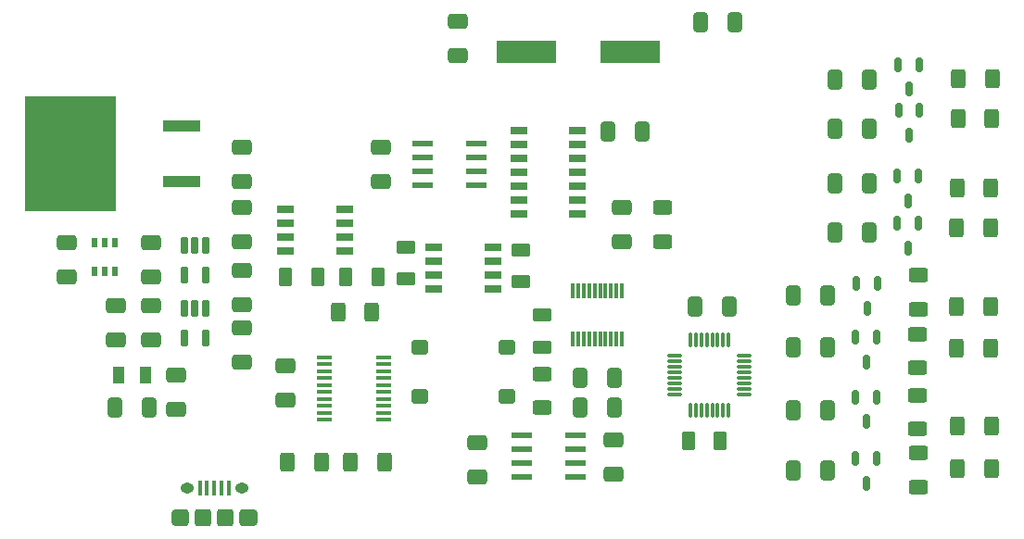
<source format=gbr>
%TF.GenerationSoftware,KiCad,Pcbnew,9.0.4*%
%TF.CreationDate,2025-11-25T13:51:45-06:00*%
%TF.ProjectId,LV Sensor,4c562053-656e-4736-9f72-2e6b69636164,rev?*%
%TF.SameCoordinates,Original*%
%TF.FileFunction,Paste,Top*%
%TF.FilePolarity,Positive*%
%FSLAX46Y46*%
G04 Gerber Fmt 4.6, Leading zero omitted, Abs format (unit mm)*
G04 Created by KiCad (PCBNEW 9.0.4) date 2025-11-25 13:51:45*
%MOMM*%
%LPD*%
G01*
G04 APERTURE LIST*
G04 Aperture macros list*
%AMRoundRect*
0 Rectangle with rounded corners*
0 $1 Rounding radius*
0 $2 $3 $4 $5 $6 $7 $8 $9 X,Y pos of 4 corners*
0 Add a 4 corners polygon primitive as box body*
4,1,4,$2,$3,$4,$5,$6,$7,$8,$9,$2,$3,0*
0 Add four circle primitives for the rounded corners*
1,1,$1+$1,$2,$3*
1,1,$1+$1,$4,$5*
1,1,$1+$1,$6,$7*
1,1,$1+$1,$8,$9*
0 Add four rect primitives between the rounded corners*
20,1,$1+$1,$2,$3,$4,$5,0*
20,1,$1+$1,$4,$5,$6,$7,0*
20,1,$1+$1,$6,$7,$8,$9,0*
20,1,$1+$1,$8,$9,$2,$3,0*%
G04 Aperture macros list end*
%ADD10RoundRect,0.250000X0.400000X0.625000X-0.400000X0.625000X-0.400000X-0.625000X0.400000X-0.625000X0*%
%ADD11RoundRect,0.250000X0.412500X0.650000X-0.412500X0.650000X-0.412500X-0.650000X0.412500X-0.650000X0*%
%ADD12RoundRect,0.145000X0.435000X0.740000X-0.435000X0.740000X-0.435000X-0.740000X0.435000X-0.740000X0*%
%ADD13RoundRect,0.250000X-0.650000X0.412500X-0.650000X-0.412500X0.650000X-0.412500X0.650000X0.412500X0*%
%ADD14RoundRect,0.250000X-0.412500X-0.650000X0.412500X-0.650000X0.412500X0.650000X-0.412500X0.650000X0*%
%ADD15R,1.528000X0.650000*%
%ADD16RoundRect,0.250000X-0.400000X-0.625000X0.400000X-0.625000X0.400000X0.625000X-0.400000X0.625000X0*%
%ADD17R,1.460500X0.355600*%
%ADD18R,0.508000X0.901700*%
%ADD19RoundRect,0.150000X-0.150000X0.512500X-0.150000X-0.512500X0.150000X-0.512500X0.150000X0.512500X0*%
%ADD20RoundRect,0.145000X-0.740000X0.435000X-0.740000X-0.435000X0.740000X-0.435000X0.740000X0.435000X0*%
%ADD21R,1.981200X0.558800*%
%ADD22RoundRect,0.250000X0.650000X-0.412500X0.650000X0.412500X-0.650000X0.412500X-0.650000X-0.412500X0*%
%ADD23RoundRect,0.250000X0.625000X-0.400000X0.625000X0.400000X-0.625000X0.400000X-0.625000X-0.400000X0*%
%ADD24RoundRect,0.250000X-0.525000X-0.400000X0.525000X-0.400000X0.525000X0.400000X-0.525000X0.400000X0*%
%ADD25RoundRect,0.250000X-0.625000X0.400000X-0.625000X-0.400000X0.625000X-0.400000X0.625000X0.400000X0*%
%ADD26O,0.890000X1.550000*%
%ADD27O,1.250000X0.950000*%
%ADD28RoundRect,0.100000X-0.100000X-0.575000X0.100000X-0.575000X0.100000X0.575000X-0.100000X0.575000X0*%
%ADD29RoundRect,0.250000X-0.475000X-0.525000X0.475000X-0.525000X0.475000X0.525000X-0.475000X0.525000X0*%
%ADD30RoundRect,0.250000X-0.500000X-0.525000X0.500000X-0.525000X0.500000X0.525000X-0.500000X0.525000X0*%
%ADD31R,1.000000X1.500000*%
%ADD32R,0.300000X1.425000*%
%ADD33O,1.400000X0.299999*%
%ADD34O,0.299999X1.400000*%
%ADD35RoundRect,0.162500X-0.162500X0.617500X-0.162500X-0.617500X0.162500X-0.617500X0.162500X0.617500X0*%
%ADD36R,5.500000X2.000000*%
%ADD37R,3.504000X1.016000*%
%ADD38R,8.380000X10.490000*%
%ADD39R,1.500000X0.650000*%
G04 APERTURE END LIST*
D10*
%TO.C,R23*%
X219500000Y-93800000D03*
X216400000Y-93800000D03*
%TD*%
D11*
%TO.C,C1*%
X187562500Y-63000000D03*
X184437500Y-63000000D03*
%TD*%
D12*
%TO.C,C17*%
X194703000Y-91250000D03*
X191797000Y-91250000D03*
%TD*%
D13*
%TO.C,C18*%
X172500000Y-91437500D03*
X172500000Y-94562500D03*
%TD*%
D14*
%TO.C,C21*%
X192937500Y-53000000D03*
X196062500Y-53000000D03*
%TD*%
D15*
%TO.C,IC6*%
X173961000Y-77405000D03*
X173961000Y-76135000D03*
X173961000Y-74865000D03*
X173961000Y-73595000D03*
X168539000Y-73595000D03*
X168539000Y-74865000D03*
X168539000Y-76135000D03*
X168539000Y-77405000D03*
%TD*%
D13*
%TO.C,C22*%
X135000000Y-73187500D03*
X135000000Y-76312500D03*
%TD*%
%TO.C,C19*%
X185000000Y-91187500D03*
X185000000Y-94312500D03*
%TD*%
D16*
%TO.C,R2*%
X155199999Y-93250000D03*
X158300001Y-93250000D03*
%TD*%
D17*
%TO.C,U3*%
X158525850Y-83642499D03*
X158525850Y-84277500D03*
X158525850Y-84912500D03*
X158525850Y-85547500D03*
X158525850Y-86182501D03*
X158525850Y-86817499D03*
X158525850Y-87452500D03*
X158525850Y-88087500D03*
X158525850Y-88722500D03*
X158525850Y-89357501D03*
X163974150Y-89357501D03*
X163974150Y-88722500D03*
X163974150Y-88087500D03*
X163974150Y-87452500D03*
X163974150Y-86817499D03*
X163974150Y-86182501D03*
X163974150Y-85547500D03*
X163974150Y-84912500D03*
X163974150Y-84277500D03*
X163974150Y-83642499D03*
%TD*%
D18*
%TO.C,U0*%
X139450001Y-73198250D03*
X138500000Y-73198250D03*
X137549999Y-73198250D03*
X137549999Y-75801750D03*
X138500000Y-75801750D03*
X139450001Y-75801750D03*
%TD*%
D19*
%TO.C,D5*%
X212912500Y-61062500D03*
X211012500Y-61062500D03*
X211962500Y-63337500D03*
%TD*%
D16*
%TO.C,R10*%
X216500000Y-58150000D03*
X219600000Y-58150000D03*
%TD*%
D19*
%TO.C,D6*%
X212900000Y-56862500D03*
X211000000Y-56862500D03*
X211950000Y-59137500D03*
%TD*%
D13*
%TO.C,C23*%
X139500000Y-78937500D03*
X139500000Y-82062500D03*
%TD*%
D19*
%TO.C,D3*%
X209012500Y-87262500D03*
X207112500Y-87262500D03*
X208062500Y-89537500D03*
%TD*%
%TO.C,D2*%
X209012500Y-81812500D03*
X207112500Y-81812500D03*
X208062500Y-84087500D03*
%TD*%
D20*
%TO.C,C4*%
X178500000Y-79797000D03*
X178500000Y-82703000D03*
%TD*%
D13*
%TO.C,C9*%
X155000000Y-84437500D03*
X155000000Y-87562500D03*
%TD*%
D19*
%TO.C,D7*%
X212812500Y-71412500D03*
X210912500Y-71412500D03*
X211862500Y-73687500D03*
%TD*%
D21*
%TO.C,U9*%
X172463800Y-67905000D03*
X172463800Y-66635000D03*
X172463800Y-65365000D03*
X172463800Y-64095000D03*
X167536200Y-64095000D03*
X167536200Y-65365000D03*
X167536200Y-66635000D03*
X167536200Y-67905000D03*
%TD*%
D22*
%TO.C,C10*%
X142750000Y-76312500D03*
X142750000Y-73187500D03*
%TD*%
D19*
%TO.C,D4*%
X209012500Y-92862500D03*
X207112500Y-92862500D03*
X208062500Y-95137500D03*
%TD*%
D16*
%TO.C,R20*%
X216400000Y-89900000D03*
X219500000Y-89900000D03*
%TD*%
D21*
%TO.C,U8*%
X176564450Y-90794600D03*
X176564450Y-92064600D03*
X176564450Y-93334600D03*
X176564450Y-94604600D03*
X181492050Y-94604600D03*
X181492050Y-93334600D03*
X181492050Y-92064600D03*
X181492050Y-90794600D03*
%TD*%
D11*
%TO.C,C26*%
X204562500Y-88500000D03*
X201437500Y-88500000D03*
%TD*%
D10*
%TO.C,R6*%
X219400000Y-82800000D03*
X216300000Y-82800000D03*
%TD*%
D23*
%TO.C,R21*%
X212750000Y-90200000D03*
X212750000Y-87100000D03*
%TD*%
D11*
%TO.C,C20*%
X208312500Y-58250000D03*
X205187500Y-58250000D03*
%TD*%
D23*
%TO.C,R22*%
X212800000Y-95500000D03*
X212800000Y-92400000D03*
%TD*%
D15*
%TO.C,IC7*%
X160461000Y-73905000D03*
X160461000Y-72635000D03*
X160461000Y-71365000D03*
X160461000Y-70095000D03*
X155039000Y-70095000D03*
X155039000Y-71365000D03*
X155039000Y-72635000D03*
X155039000Y-73905000D03*
%TD*%
D22*
%TO.C,C13*%
X142750000Y-82062500D03*
X142750000Y-78937500D03*
%TD*%
D24*
%TO.C,SW1*%
X167270000Y-82750000D03*
X175230000Y-82750000D03*
X167270000Y-87250000D03*
X175230000Y-87250000D03*
%TD*%
D25*
%TO.C,R1*%
X178500000Y-85149998D03*
X178500000Y-88250000D03*
%TD*%
D14*
%TO.C,C15*%
X205187500Y-62750000D03*
X208312500Y-62750000D03*
%TD*%
D16*
%TO.C,R3*%
X160949999Y-93250000D03*
X164050001Y-93250000D03*
%TD*%
D26*
%TO.C,J16*%
X145000000Y-98300000D03*
D27*
X146000000Y-95600000D03*
X151000000Y-95600000D03*
D26*
X152000000Y-98300000D03*
D28*
X147200000Y-95600000D03*
X147850000Y-95600000D03*
X148500000Y-95600000D03*
X149150000Y-95600000D03*
X149800000Y-95600000D03*
D29*
X145475000Y-98300000D03*
D30*
X147500000Y-98300000D03*
X149500000Y-98300000D03*
D29*
X151525000Y-98300000D03*
%TD*%
D11*
%TO.C,C29*%
X204562500Y-78000000D03*
X201437500Y-78000000D03*
%TD*%
D23*
%TO.C,R4*%
X212850000Y-79250000D03*
X212850000Y-76150000D03*
%TD*%
D31*
%TO.C,L1*%
X142250000Y-85250000D03*
X139750000Y-85250000D03*
%TD*%
D16*
%TO.C,R24*%
X159800000Y-79500000D03*
X162900000Y-79500000D03*
%TD*%
D22*
%TO.C,C3*%
X151000000Y-73062500D03*
X151000000Y-69937500D03*
%TD*%
D14*
%TO.C,C28*%
X201437500Y-94000000D03*
X204562500Y-94000000D03*
%TD*%
D22*
%TO.C,C12*%
X151000000Y-84062500D03*
X151000000Y-80937500D03*
%TD*%
D25*
%TO.C,R9*%
X189500000Y-69950000D03*
X189500000Y-73050000D03*
%TD*%
D20*
%TO.C,C31*%
X166000000Y-73547000D03*
X166000000Y-76453000D03*
%TD*%
D32*
%TO.C,IC5*%
X181250000Y-81962000D03*
X181750000Y-81962000D03*
X182250000Y-81962000D03*
X182750000Y-81962000D03*
X183250000Y-81962000D03*
X183750000Y-81962000D03*
X184250000Y-81962000D03*
X184750000Y-81962000D03*
X185250000Y-81962000D03*
X185750000Y-81962000D03*
X185750000Y-77538000D03*
X185250000Y-77538000D03*
X184750000Y-77538000D03*
X184250000Y-77538000D03*
X183750000Y-77538000D03*
X183250000Y-77538000D03*
X182750000Y-77538000D03*
X182250000Y-77538000D03*
X181750000Y-77538000D03*
X181250000Y-77538000D03*
%TD*%
D14*
%TO.C,C5*%
X181937500Y-88250000D03*
X185062500Y-88250000D03*
%TD*%
D11*
%TO.C,C16*%
X208375000Y-72250000D03*
X205250000Y-72250000D03*
%TD*%
D33*
%TO.C,U7*%
X196950001Y-87000002D03*
X196950001Y-86500000D03*
X196950001Y-86000001D03*
X196950001Y-85500002D03*
X196950001Y-85000000D03*
X196950001Y-84500002D03*
X196950001Y-84000000D03*
X196950001Y-83500001D03*
D34*
X195500002Y-82050001D03*
X195000000Y-82050001D03*
X194500001Y-82050001D03*
X194000002Y-82050001D03*
X193500000Y-82050001D03*
X193000002Y-82050001D03*
X192500000Y-82050001D03*
X192000001Y-82050001D03*
D33*
X190550001Y-83500001D03*
X190550001Y-84000000D03*
X190550001Y-84500002D03*
X190550001Y-85000000D03*
X190550001Y-85500002D03*
X190550001Y-86000001D03*
X190550001Y-86500000D03*
X190550001Y-87000002D03*
D34*
X192000001Y-88450001D03*
X192500000Y-88450001D03*
X193000002Y-88450001D03*
X193500000Y-88450001D03*
X194000002Y-88450001D03*
X194500001Y-88450001D03*
X195000000Y-88450001D03*
X195500002Y-88450001D03*
%TD*%
D20*
%TO.C,C32*%
X176500000Y-73797000D03*
X176500000Y-76703000D03*
%TD*%
D22*
%TO.C,C24*%
X145000000Y-88375000D03*
X145000000Y-85250000D03*
%TD*%
D14*
%TO.C,C8*%
X181937500Y-85500000D03*
X185062500Y-85500000D03*
%TD*%
D35*
%TO.C,IC4*%
X147700000Y-79150000D03*
X146750000Y-79150000D03*
X145800000Y-79150000D03*
X145800000Y-81850000D03*
X147700000Y-81850000D03*
%TD*%
D22*
%TO.C,C35*%
X170750000Y-56062500D03*
X170750000Y-52937500D03*
%TD*%
D19*
%TO.C,D8*%
X212812500Y-67062500D03*
X210912500Y-67062500D03*
X211862500Y-69337500D03*
%TD*%
D35*
%TO.C,IC3*%
X147700000Y-73400000D03*
X146750000Y-73400000D03*
X145800000Y-73400000D03*
X145800000Y-76100000D03*
X147700000Y-76100000D03*
%TD*%
D12*
%TO.C,C34*%
X157953000Y-76250000D03*
X155047000Y-76250000D03*
%TD*%
D16*
%TO.C,R12*%
X216300000Y-71800000D03*
X219400000Y-71800000D03*
%TD*%
D23*
%TO.C,R7*%
X212750000Y-84600000D03*
X212750000Y-81500000D03*
%TD*%
D19*
%TO.C,D1*%
X209100000Y-76912500D03*
X207200000Y-76912500D03*
X208150000Y-79187500D03*
%TD*%
D36*
%TO.C,Y1*%
X177000000Y-55750000D03*
X186500000Y-55750000D03*
%TD*%
D11*
%TO.C,C14*%
X208312500Y-67750000D03*
X205187500Y-67750000D03*
%TD*%
%TO.C,C7*%
X195562500Y-79000000D03*
X192437500Y-79000000D03*
%TD*%
D37*
%TO.C,IC2*%
X145559000Y-67540000D03*
D38*
X135346000Y-65000000D03*
D37*
X145559000Y-62460000D03*
%TD*%
D16*
%TO.C,R8*%
X216450000Y-61800000D03*
X219550000Y-61800000D03*
%TD*%
%TO.C,R14*%
X216350000Y-68200000D03*
X219450000Y-68200000D03*
%TD*%
D13*
%TO.C,C6*%
X151000000Y-64437500D03*
X151000000Y-67562500D03*
%TD*%
%TO.C,C30*%
X185750000Y-69937500D03*
X185750000Y-73062500D03*
%TD*%
D22*
%TO.C,C2*%
X163750000Y-67562500D03*
X163750000Y-64437500D03*
%TD*%
D13*
%TO.C,C11*%
X151000000Y-75687500D03*
X151000000Y-78812500D03*
%TD*%
D39*
%TO.C,IC1*%
X176300000Y-62940000D03*
X176300000Y-64210000D03*
X176300000Y-65480000D03*
X176300000Y-66750000D03*
X176300000Y-68020000D03*
X176300000Y-69290000D03*
X176300000Y-70560000D03*
X181700000Y-70560000D03*
X181700000Y-69290000D03*
X181700000Y-68020000D03*
X181700000Y-66750000D03*
X181700000Y-65480000D03*
X181700000Y-64210000D03*
X181700000Y-62940000D03*
%TD*%
D12*
%TO.C,C33*%
X163453000Y-76250000D03*
X160547000Y-76250000D03*
%TD*%
D16*
%TO.C,R5*%
X216300000Y-79000000D03*
X219400000Y-79000000D03*
%TD*%
D14*
%TO.C,C27*%
X201375000Y-82750000D03*
X204500000Y-82750000D03*
%TD*%
D11*
%TO.C,C25*%
X142562500Y-88250000D03*
X139437500Y-88250000D03*
%TD*%
M02*

</source>
